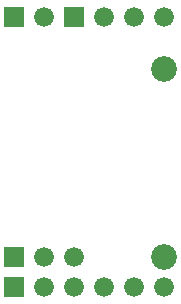
<source format=gbr>
G04 start of page 7 for group -4062 idx -4062 *
G04 Title: (unknown), soldermask *
G04 Creator: pcb 20110918 *
G04 CreationDate: Sun Aug 11 05:18:20 2013 UTC *
G04 For: mokus *
G04 Format: Gerber/RS-274X *
G04 PCB-Dimensions: 60000 100000 *
G04 PCB-Coordinate-Origin: lower left *
%MOIN*%
%FSLAX25Y25*%
%LNBOTTOMMASK*%
%ADD50C,0.0860*%
%ADD49C,0.0660*%
%ADD48C,0.0001*%
G54D48*G36*
X21700Y98300D02*Y91700D01*
X28300D01*
Y98300D01*
X21700D01*
G37*
G54D49*X35000Y95000D03*
X45000D03*
X55000D03*
G54D50*Y77500D03*
G54D48*G36*
X1700Y18300D02*Y11700D01*
X8300D01*
Y18300D01*
X1700D01*
G37*
G54D49*X15000Y15000D03*
X25000D03*
G54D50*X55000D03*
G54D48*G36*
X1700Y98300D02*Y91700D01*
X8300D01*
Y98300D01*
X1700D01*
G37*
G54D49*X15000Y95000D03*
G54D48*G36*
X1700Y8300D02*Y1700D01*
X8300D01*
Y8300D01*
X1700D01*
G37*
G54D49*X15000Y5000D03*
X25000D03*
X35000D03*
X45000D03*
X55000D03*
M02*

</source>
